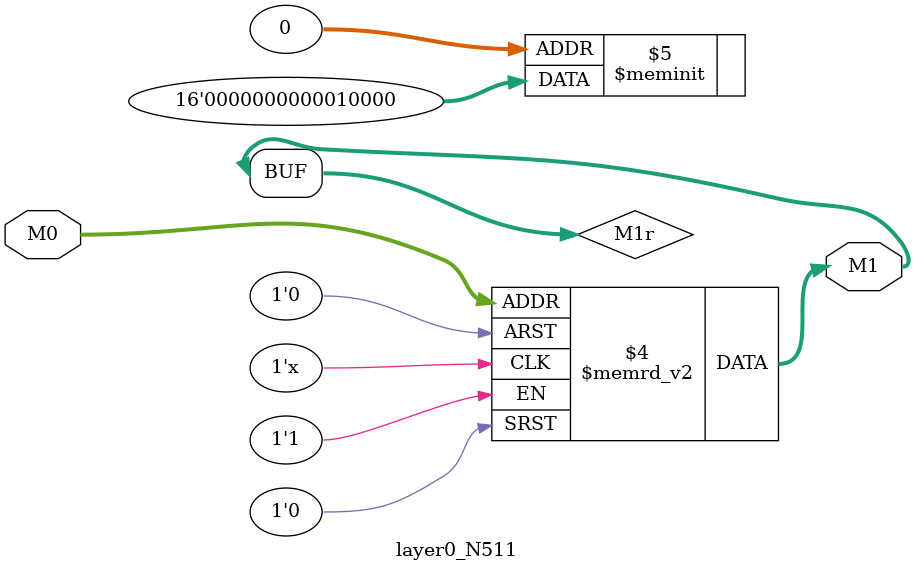
<source format=v>
module layer0_N511 ( input [2:0] M0, output [1:0] M1 );

	(*rom_style = "distributed" *) reg [1:0] M1r;
	assign M1 = M1r;
	always @ (M0) begin
		case (M0)
			3'b000: M1r = 2'b00;
			3'b100: M1r = 2'b00;
			3'b010: M1r = 2'b01;
			3'b110: M1r = 2'b00;
			3'b001: M1r = 2'b00;
			3'b101: M1r = 2'b00;
			3'b011: M1r = 2'b00;
			3'b111: M1r = 2'b00;

		endcase
	end
endmodule

</source>
